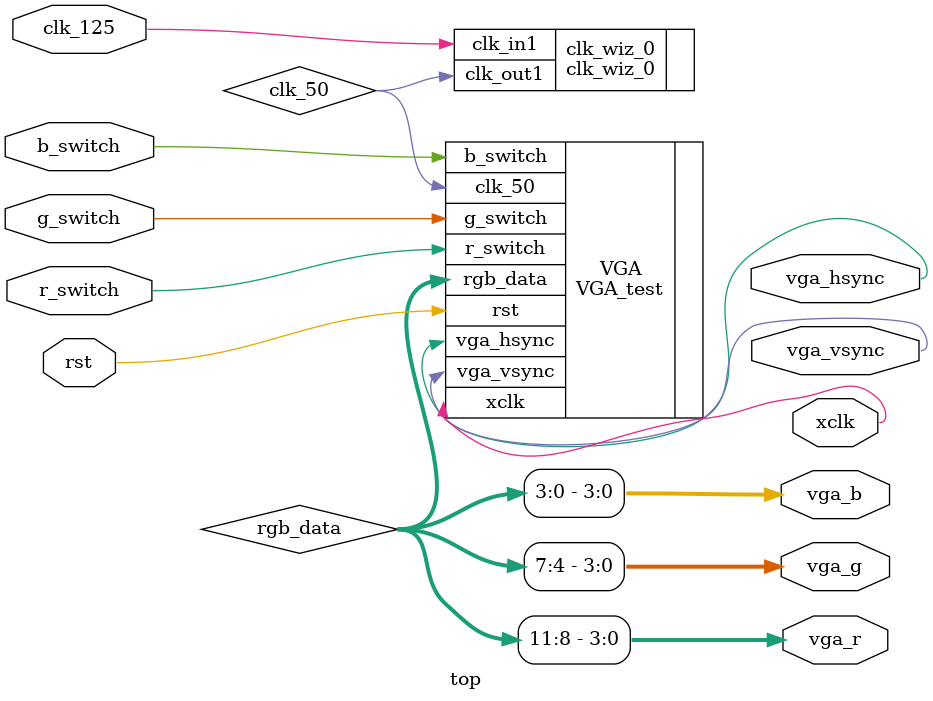
<source format=v>
module top (
input        clk_125,
input        rst,
input        r_switch,
input        b_switch,
input        g_switch,
output       xclk,
output       vga_vsync,
output       vga_hsync,
output [3:0] vga_r,
output [3:0] vga_g,
output [3:0] vga_b
);

wire  clk_50;

wire [11:0] rgb_data;

clk_wiz_0 clk_wiz_0(
    .clk_in1(clk_125),
    .clk_out1(clk_50)
);

VGA_test VGA(
    .clk_50(clk_50),
    .rst(rst),
    .r_switch(r_switch),
    .g_switch(g_switch),
    .b_switch(b_switch),
    
    .rgb_data(rgb_data),
    .vga_hsync(vga_hsync),
    .vga_vsync(vga_vsync),
    .xclk
);

assign {vga_r,vga_g,vga_b} = rgb_data;


endmodule

</source>
